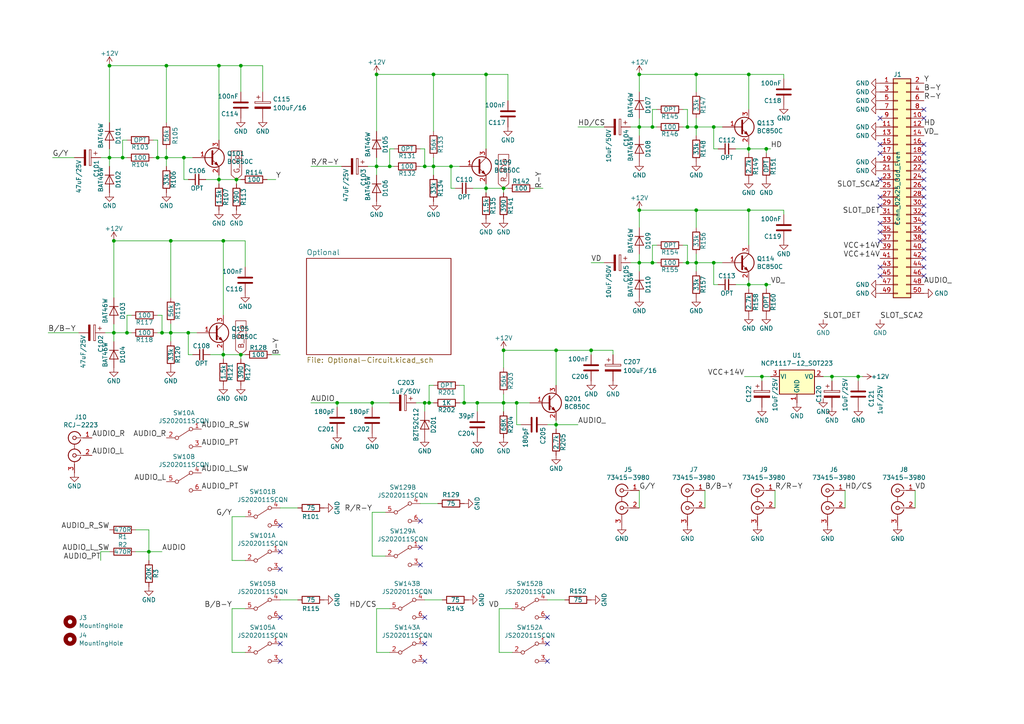
<source format=kicad_sch>
(kicad_sch (version 20211123) (generator eeschema)
  (paper "A4")
  (title_block (title "IF-CO1COMG Clone Base board") (rev "1") (company "L33T TEK, Martin Hejnfelt (martin@hejnfelt.com)"))
  (junction (at 63.5 19.05))
  (junction (at 217.17 43.18))
  (junction (at 35.56 45.72))
  (junction (at 31.75 19.05))
  (junction (at 207.01 76.2))
  (junction (at 113.03 48.26))
  (junction (at 161.29 123.19))
  (junction (at 189.23 76.2))
  (junction (at 217.17 82.55))
  (junction (at 146.05 54.61))
  (junction (at 217.17 21.59))
  (junction (at 124.46 116.84))
  (junction (at 109.22 21.59))
  (junction (at 97.79 116.84))
  (junction (at 146.05 101.6))
  (junction (at 241.3 109.22))
  (junction (at 149.86 116.84))
  (junction (at 201.93 36.83))
  (junction (at 140.97 21.59))
  (junction (at 134.62 116.84))
  (junction (at 199.39 36.83))
  (junction (at 125.73 21.59))
  (junction (at 189.23 36.83))
  (junction (at 125.73 48.26))
  (junction (at 199.39 76.2))
  (junction (at 123.19 116.84))
  (junction (at 46.99 96.52))
  (junction (at 69.85 102.87))
  (junction (at 130.81 48.26))
  (junction (at 33.02 69.85))
  (junction (at 107.95 116.84))
  (junction (at 171.45 101.6))
  (junction (at 36.83 96.52))
  (junction (at 222.25 43.18))
  (junction (at 217.17 60.96))
  (junction (at 49.53 96.52))
  (junction (at 185.42 60.96))
  (junction (at 220.98 109.22))
  (junction (at 146.05 116.84))
  (junction (at 201.93 76.2))
  (junction (at 43.18 160.02))
  (junction (at 45.72 45.72))
  (junction (at 48.26 45.72))
  (junction (at 185.42 76.2))
  (junction (at 69.85 19.05))
  (junction (at 64.77 102.87))
  (junction (at 48.26 19.05))
  (junction (at 201.93 21.59))
  (junction (at 68.58 52.07))
  (junction (at 31.75 45.72))
  (junction (at 54.61 96.52))
  (junction (at 140.97 54.61))
  (junction (at 123.19 48.26))
  (junction (at 201.93 60.96))
  (junction (at 222.25 82.55))
  (junction (at 161.29 101.6))
  (junction (at 138.43 116.84))
  (junction (at 33.02 96.52))
  (junction (at 63.5 52.07))
  (junction (at 64.77 69.85))
  (junction (at 185.42 36.83))
  (junction (at 53.34 45.72))
  (junction (at 109.22 48.26))
  (junction (at 248.92 109.22))
  (junction (at 207.01 36.83))
  (junction (at 49.53 69.85))
  (junction (at 185.42 21.59))
  (no_connect (at 267.97 67.31))
  (no_connect (at 121.92 151.13))
  (no_connect (at 81.28 179.07))
  (no_connect (at 267.97 72.39))
  (no_connect (at 255.27 57.15))
  (no_connect (at 267.97 80.01))
  (no_connect (at 267.97 31.75))
  (no_connect (at 81.28 186.69))
  (no_connect (at 255.27 44.45))
  (no_connect (at 255.27 64.77))
  (no_connect (at 267.97 64.77))
  (no_connect (at 81.28 165.1))
  (no_connect (at 267.97 59.69))
  (no_connect (at 255.27 80.01))
  (no_connect (at 255.27 52.07))
  (no_connect (at 267.97 49.53))
  (no_connect (at 81.28 191.77))
  (no_connect (at 158.75 186.69))
  (no_connect (at 121.92 163.83))
  (no_connect (at 158.75 191.77))
  (no_connect (at 267.97 52.07))
  (no_connect (at 255.27 69.85))
  (no_connect (at 81.28 160.02))
  (no_connect (at 267.97 54.61))
  (no_connect (at 267.97 41.91))
  (no_connect (at 121.92 158.75))
  (no_connect (at 267.97 77.47))
  (no_connect (at 267.97 74.93))
  (no_connect (at 123.19 191.77))
  (no_connect (at 267.97 57.15))
  (no_connect (at 267.97 62.23))
  (no_connect (at 255.27 41.91))
  (no_connect (at 123.19 186.69))
  (no_connect (at 158.75 179.07))
  (no_connect (at 267.97 44.45))
  (no_connect (at 81.28 152.4))
  (no_connect (at 255.27 59.69))
  (no_connect (at 255.27 67.31))
  (no_connect (at 267.97 46.99))
  (no_connect (at 123.19 179.07))
  (no_connect (at 267.97 34.29))
  (no_connect (at 255.27 34.29))
  (no_connect (at 267.97 69.85))
  (no_connect (at 255.27 77.47))
  (wire (pts (xy 189.23 36.83) (xy 190.5 36.83)))
  (wire (pts (xy 149.86 123.19) (xy 149.86 116.84)))
  (wire (pts (xy 48.26 19.05) (xy 63.5 19.05)))
  (wire (pts (xy 123.19 116.84) (xy 124.46 116.84)))
  (wire (pts (xy 217.17 21.59) (xy 217.17 31.75)))
  (wire (pts (xy 182.88 36.83) (xy 185.42 36.83)))
  (wire (pts (xy 107.95 116.84) (xy 113.03 116.84)))
  (wire (pts (xy 49.53 69.85) (xy 64.77 69.85)))
  (wire (pts (xy 125.73 48.26) (xy 130.81 48.26)))
  (wire (pts (xy 138.43 116.84) (xy 146.05 116.84)))
  (wire (pts (xy 161.29 123.19) (xy 161.29 124.46)))
  (wire (pts (xy 125.73 21.59) (xy 140.97 21.59)))
  (wire (pts (xy 204.47 142.24) (xy 204.47 147.32)))
  (wire (pts (xy 190.5 71.12) (xy 189.23 71.12)))
  (wire (pts (xy 113.03 43.18) (xy 113.03 48.26)))
  (wire (pts (xy 227.33 60.96) (xy 227.33 62.23)))
  (wire (pts (xy 46.99 91.44) (xy 46.99 96.52)))
  (wire (pts (xy 69.85 19.05) (xy 76.2 19.05)))
  (wire (pts (xy 217.17 60.96) (xy 227.33 60.96)))
  (wire (pts (xy 39.37 153.67) (xy 43.18 153.67)))
  (wire (pts (xy 67.31 176.53) (xy 67.31 189.23)))
  (wire (pts (xy 201.93 34.29) (xy 201.93 36.83)))
  (wire (pts (xy 111.76 148.59) (xy 107.95 148.59)))
  (wire (pts (xy 123.19 48.26) (xy 125.73 48.26)))
  (wire (pts (xy 245.11 142.24) (xy 245.11 147.32)))
  (wire (pts (xy 140.97 21.59) (xy 147.32 21.59)))
  (wire (pts (xy 33.02 96.52) (xy 36.83 96.52)))
  (wire (pts (xy 241.3 109.22) (xy 248.92 109.22)))
  (wire (pts (xy 125.73 48.26) (xy 125.73 50.8)))
  (wire (pts (xy 13.97 96.52) (xy 22.86 96.52)))
  (wire (pts (xy 120.65 116.84) (xy 123.19 116.84)))
  (wire (pts (xy 207.01 76.2) (xy 209.55 76.2)))
  (wire (pts (xy 199.39 76.2) (xy 201.93 76.2)))
  (wire (pts (xy 149.86 116.84) (xy 153.67 116.84)))
  (wire (pts (xy 45.72 45.72) (xy 48.26 45.72)))
  (wire (pts (xy 64.77 101.6) (xy 64.77 102.87)))
  (wire (pts (xy 134.62 111.76) (xy 134.62 116.84)))
  (wire (pts (xy 146.05 116.84) (xy 146.05 119.38)))
  (wire (pts (xy 171.45 101.6) (xy 171.45 102.87)))
  (wire (pts (xy 49.53 93.98) (xy 49.53 96.52)))
  (wire (pts (xy 48.26 35.56) (xy 48.26 19.05)))
  (wire (pts (xy 121.92 146.05) (xy 127 146.05)))
  (wire (pts (xy 81.28 147.32) (xy 86.36 147.32)))
  (wire (pts (xy 123.19 119.38) (xy 123.19 116.84)))
  (wire (pts (xy 109.22 21.59) (xy 125.73 21.59)))
  (wire (pts (xy 33.02 96.52) (xy 33.02 99.06)))
  (wire (pts (xy 123.19 173.99) (xy 128.27 173.99)))
  (wire (pts (xy 107.95 148.59) (xy 107.95 161.29)))
  (wire (pts (xy 36.83 96.52) (xy 38.1 96.52)))
  (wire (pts (xy 146.05 114.3) (xy 146.05 116.84)))
  (wire (pts (xy 67.31 149.86) (xy 67.31 162.56)))
  (wire (pts (xy 185.42 36.83) (xy 185.42 39.37)))
  (wire (pts (xy 109.22 45.72) (xy 109.22 48.26)))
  (wire (pts (xy 185.42 34.29) (xy 185.42 36.83)))
  (wire (pts (xy 146.05 106.68) (xy 146.05 101.6)))
  (wire (pts (xy 68.58 52.07) (xy 69.85 52.07)))
  (wire (pts (xy 31.75 43.18) (xy 31.75 45.72)))
  (wire (pts (xy 198.12 76.2) (xy 199.39 76.2)))
  (wire (pts (xy 60.96 102.87) (xy 64.77 102.87)))
  (wire (pts (xy 48.26 45.72) (xy 53.34 45.72)))
  (wire (pts (xy 222.25 43.18) (xy 223.52 43.18)))
  (wire (pts (xy 81.28 173.99) (xy 86.36 173.99)))
  (wire (pts (xy 224.79 142.24) (xy 224.79 147.32)))
  (wire (pts (xy 217.17 41.91) (xy 217.17 43.18)))
  (wire (pts (xy 217.17 81.28) (xy 217.17 82.55)))
  (wire (pts (xy 109.22 48.26) (xy 113.03 48.26)))
  (wire (pts (xy 171.45 101.6) (xy 177.8 101.6)))
  (wire (pts (xy 49.53 86.36) (xy 49.53 69.85)))
  (wire (pts (xy 36.83 40.64) (xy 35.56 40.64)))
  (wire (pts (xy 199.39 71.12) (xy 199.39 76.2)))
  (wire (pts (xy 208.28 43.18) (xy 207.01 43.18)))
  (wire (pts (xy 241.3 110.49) (xy 241.3 109.22)))
  (wire (pts (xy 31.75 45.72) (xy 35.56 45.72)))
  (wire (pts (xy 48.26 43.18) (xy 48.26 45.72)))
  (wire (pts (xy 154.94 54.61) (xy 157.48 54.61)))
  (wire (pts (xy 177.8 101.6) (xy 177.8 102.87)))
  (wire (pts (xy 59.69 52.07) (xy 63.5 52.07)))
  (wire (pts (xy 71.12 176.53) (xy 67.31 176.53)))
  (wire (pts (xy 71.12 149.86) (xy 67.31 149.86)))
  (wire (pts (xy 220.98 109.22) (xy 223.52 109.22)))
  (wire (pts (xy 167.64 36.83) (xy 175.26 36.83)))
  (wire (pts (xy 201.93 26.67) (xy 201.93 21.59)))
  (wire (pts (xy 31.75 19.05) (xy 48.26 19.05)))
  (wire (pts (xy 213.36 43.18) (xy 217.17 43.18)))
  (wire (pts (xy 140.97 21.59) (xy 140.97 43.18)))
  (wire (pts (xy 77.47 52.07) (xy 80.01 52.07)))
  (wire (pts (xy 217.17 82.55) (xy 217.17 83.82)))
  (wire (pts (xy 198.12 71.12) (xy 199.39 71.12)))
  (wire (pts (xy 44.45 45.72) (xy 45.72 45.72)))
  (wire (pts (xy 227.33 21.59) (xy 227.33 22.86)))
  (wire (pts (xy 140.97 54.61) (xy 140.97 55.88)))
  (wire (pts (xy 158.75 173.99) (xy 163.83 173.99)))
  (wire (pts (xy 190.5 31.75) (xy 189.23 31.75)))
  (wire (pts (xy 45.72 91.44) (xy 46.99 91.44)))
  (wire (pts (xy 30.48 96.52) (xy 33.02 96.52)))
  (wire (pts (xy 49.53 96.52) (xy 54.61 96.52)))
  (wire (pts (xy 147.32 21.59) (xy 147.32 29.21)))
  (wire (pts (xy 69.85 102.87) (xy 71.12 102.87)))
  (wire (pts (xy 201.93 36.83) (xy 207.01 36.83)))
  (wire (pts (xy 67.31 162.56) (xy 71.12 162.56)))
  (wire (pts (xy 45.72 96.52) (xy 46.99 96.52)))
  (wire (pts (xy 38.1 91.44) (xy 36.83 91.44)))
  (wire (pts (xy 63.5 52.07) (xy 63.5 53.34)))
  (wire (pts (xy 158.75 123.19) (xy 161.29 123.19)))
  (wire (pts (xy 207.01 36.83) (xy 209.55 36.83)))
  (wire (pts (xy 199.39 36.83) (xy 201.93 36.83)))
  (wire (pts (xy 215.9 109.22) (xy 220.98 109.22)))
  (wire (pts (xy 185.42 73.66) (xy 185.42 76.2)))
  (wire (pts (xy 78.74 102.87) (xy 81.28 102.87)))
  (wire (pts (xy 29.21 45.72) (xy 31.75 45.72)))
  (wire (pts (xy 130.81 48.26) (xy 133.35 48.26)))
  (wire (pts (xy 161.29 101.6) (xy 171.45 101.6)))
  (wire (pts (xy 182.88 76.2) (xy 185.42 76.2)))
  (wire (pts (xy 125.73 111.76) (xy 124.46 111.76)))
  (wire (pts (xy 201.93 76.2) (xy 207.01 76.2)))
  (wire (pts (xy 130.81 54.61) (xy 130.81 48.26)))
  (wire (pts (xy 140.97 54.61) (xy 146.05 54.61)))
  (wire (pts (xy 90.17 48.26) (xy 99.06 48.26)))
  (wire (pts (xy 109.22 176.53) (xy 109.22 189.23)))
  (wire (pts (xy 265.43 142.24) (xy 265.43 147.32)))
  (wire (pts (xy 43.18 160.02) (xy 43.18 162.56)))
  (wire (pts (xy 185.42 21.59) (xy 201.93 21.59)))
  (wire (pts (xy 199.39 31.75) (xy 199.39 36.83)))
  (wire (pts (xy 43.18 160.02) (xy 46.99 160.02)))
  (wire (pts (xy 185.42 142.24) (xy 185.42 147.32)))
  (wire (pts (xy 198.12 36.83) (xy 199.39 36.83)))
  (wire (pts (xy 248.92 110.49) (xy 248.92 109.22)))
  (wire (pts (xy 31.75 45.72) (xy 31.75 48.26)))
  (wire (pts (xy 185.42 76.2) (xy 189.23 76.2)))
  (wire (pts (xy 109.22 48.26) (xy 109.22 50.8)))
  (wire (pts (xy 48.26 45.72) (xy 48.26 48.26)))
  (wire (pts (xy 140.97 53.34) (xy 140.97 54.61)))
  (wire (pts (xy 45.72 40.64) (xy 45.72 45.72)))
  (wire (pts (xy 63.5 50.8) (xy 63.5 52.07)))
  (wire (pts (xy 220.98 110.49) (xy 220.98 109.22)))
  (wire (pts (xy 121.92 48.26) (xy 123.19 48.26)))
  (wire (pts (xy 53.34 52.07) (xy 53.34 45.72)))
  (wire (pts (xy 113.03 48.26) (xy 114.3 48.26)))
  (wire (pts (xy 36.83 91.44) (xy 36.83 96.52)))
  (wire (pts (xy 33.02 69.85) (xy 49.53 69.85)))
  (wire (pts (xy 29.21 162.56) (xy 29.21 160.02)))
  (wire (pts (xy 161.29 111.76) (xy 161.29 101.6)))
  (wire (pts (xy 208.28 82.55) (xy 207.01 82.55)))
  (wire (pts (xy 125.73 38.1) (xy 125.73 21.59)))
  (wire (pts (xy 33.02 93.98) (xy 33.02 96.52)))
  (wire (pts (xy 189.23 31.75) (xy 189.23 36.83)))
  (wire (pts (xy 97.79 116.84) (xy 107.95 116.84)))
  (wire (pts (xy 97.79 118.11) (xy 97.79 116.84)))
  (wire (pts (xy 90.17 116.84) (xy 97.79 116.84)))
  (wire (pts (xy 148.59 176.53) (xy 144.78 176.53)))
  (wire (pts (xy 121.92 43.18) (xy 123.19 43.18)))
  (wire (pts (xy 248.92 109.22) (xy 250.19 109.22)))
  (wire (pts (xy 106.68 48.26) (xy 109.22 48.26)))
  (wire (pts (xy 15.24 45.72) (xy 21.59 45.72)))
  (wire (pts (xy 35.56 40.64) (xy 35.56 45.72)))
  (wire (pts (xy 33.02 69.85) (xy 33.02 86.36)))
  (wire (pts (xy 133.35 111.76) (xy 134.62 111.76)))
  (wire (pts (xy 144.78 189.23) (xy 148.59 189.23)))
  (wire (pts (xy 64.77 69.85) (xy 71.12 69.85)))
  (wire (pts (xy 43.18 153.67) (xy 43.18 160.02)))
  (wire (pts (xy 31.75 19.05) (xy 31.75 35.56)))
  (wire (pts (xy 217.17 43.18) (xy 217.17 44.45)))
  (wire (pts (xy 185.42 60.96) (xy 201.93 60.96)))
  (wire (pts (xy 107.95 161.29) (xy 111.76 161.29)))
  (wire (pts (xy 146.05 101.6) (xy 161.29 101.6)))
  (wire (pts (xy 217.17 82.55) (xy 222.25 82.55)))
  (wire (pts (xy 171.45 76.2) (xy 175.26 76.2)))
  (wire (pts (xy 201.93 76.2) (xy 201.93 78.74)))
  (wire (pts (xy 68.58 53.34) (xy 68.58 52.07)))
  (wire (pts (xy 185.42 76.2) (xy 185.42 78.74)))
  (wire (pts (xy 64.77 69.85) (xy 64.77 91.44)))
  (wire (pts (xy 161.29 121.92) (xy 161.29 123.19)))
  (wire (pts (xy 64.77 102.87) (xy 69.85 102.87)))
  (wire (pts (xy 207.01 43.18) (xy 207.01 36.83)))
  (wire (pts (xy 54.61 96.52) (xy 57.15 96.52)))
  (wire (pts (xy 213.36 82.55) (xy 217.17 82.55)))
  (wire (pts (xy 198.12 31.75) (xy 199.39 31.75)))
  (wire (pts (xy 63.5 19.05) (xy 69.85 19.05)))
  (wire (pts (xy 53.34 45.72) (xy 55.88 45.72)))
  (wire (pts (xy 49.53 96.52) (xy 49.53 99.06)))
  (wire (pts (xy 109.22 21.59) (xy 109.22 38.1)))
  (wire (pts (xy 132.08 54.61) (xy 130.81 54.61)))
  (wire (pts (xy 161.29 123.19) (xy 167.64 123.19)))
  (wire (pts (xy 222.25 83.82) (xy 222.25 82.55)))
  (wire (pts (xy 54.61 52.07) (xy 53.34 52.07)))
  (wire (pts (xy 124.46 111.76) (xy 124.46 116.84)))
  (wire (pts (xy 222.25 82.55) (xy 223.52 82.55)))
  (wire (pts (xy 114.3 43.18) (xy 113.03 43.18)))
  (wire (pts (xy 113.03 176.53) (xy 109.22 176.53)))
  (wire (pts (xy 185.42 66.04) (xy 185.42 60.96)))
  (wire (pts (xy 189.23 71.12) (xy 189.23 76.2)))
  (wire (pts (xy 137.16 54.61) (xy 140.97 54.61)))
  (wire (pts (xy 201.93 21.59) (xy 217.17 21.59)))
  (wire (pts (xy 67.31 189.23) (xy 71.12 189.23)))
  (wire (pts (xy 39.37 160.02) (xy 43.18 160.02)))
  (wire (pts (xy 46.99 96.52) (xy 49.53 96.52)))
  (wire (pts (xy 201.93 36.83) (xy 201.93 39.37)))
  (wire (pts (xy 44.45 40.64) (xy 45.72 40.64)))
  (wire (pts (xy 222.25 44.45) (xy 222.25 43.18)))
  (wire (pts (xy 64.77 102.87) (xy 64.77 104.14)))
  (wire (pts (xy 63.5 52.07) (xy 68.58 52.07)))
  (wire (pts (xy 107.95 118.11) (xy 107.95 116.84)))
  (wire (pts (xy 54.61 102.87) (xy 54.61 96.52)))
  (wire (pts (xy 189.23 76.2) (xy 190.5 76.2)))
  (wire (pts (xy 125.73 45.72) (xy 125.73 48.26)))
  (wire (pts (xy 185.42 36.83) (xy 189.23 36.83)))
  (wire (pts (xy 144.78 176.53) (xy 144.78 189.23)))
  (wire (pts (xy 146.05 54.61) (xy 147.32 54.61)))
  (wire (pts (xy 146.05 116.84) (xy 149.86 116.84)))
  (wire (pts (xy 69.85 104.14) (xy 69.85 102.87)))
  (wire (pts (xy 138.43 119.38) (xy 138.43 116.84)))
  (wire (pts (xy 217.17 43.18) (xy 222.25 43.18)))
  (wire (pts (xy 124.46 116.84) (xy 125.73 116.84)))
  (wire (pts (xy 151.13 123.19) (xy 149.86 123.19)))
  (wire (pts (xy 29.21 160.02) (xy 31.75 160.02)))
  (wire (pts (xy 217.17 71.12) (xy 217.17 60.96)))
  (wire (pts (xy 207.01 76.2) (xy 207.01 82.55)))
  (wire (pts (xy 63.5 19.05) (xy 63.5 40.64)))
  (wire (pts (xy 35.56 45.72) (xy 36.83 45.72)))
  (wire (pts (xy 71.12 69.85) (xy 71.12 77.47)))
  (wire (pts (xy 133.35 116.84) (xy 134.62 116.84)))
  (wire (pts (xy 109.22 189.23) (xy 113.03 189.23)))
  (wire (pts (xy 76.2 19.05) (xy 76.2 26.67)))
  (wire (pts (xy 134.62 116.84) (xy 138.43 116.84)))
  (wire (pts (xy 146.05 55.88) (xy 146.05 54.61)))
  (wire (pts (xy 185.42 26.67) (xy 185.42 21.59)))
  (wire (pts (xy 201.93 60.96) (xy 217.17 60.96)))
  (wire (pts (xy 201.93 73.66) (xy 201.93 76.2)))
  (wire (pts (xy 201.93 66.04) (xy 201.93 60.96)))
  (wire (pts (xy 217.17 21.59) (xy 227.33 21.59)))
  (wire (pts (xy 123.19 43.18) (xy 123.19 48.26)))
  (wire (pts (xy 238.76 109.22) (xy 241.3 109.22)))
  (wire (pts (xy 69.85 19.05) (xy 69.85 26.67)))
  (wire (pts (xy 55.88 102.87) (xy 54.61 102.87)))
  (label "B/B-Y" (at 67.31 176.53 180) (effects (font (size 1.524 1.524))))
  (label "AUDIO_PT" (at 58.42 129.54 0) (effects (font (size 1.524 1.524))))
  (label "VD" (at 171.45 76.2 0) (effects (font (size 1.524 1.524))))
  (label "R/R-Y" (at 90.17 48.26 0) (effects (font (size 1.524 1.524))))
  (label "AUDIO_" (at 267.97 82.55 0) (effects (font (size 1.524 1.524))))
  (label "AUDIO_R_SW" (at 58.42 124.46 0) (effects (font (size 1.524 1.524))))
  (label "R/R-Y" (at 107.95 148.59 180) (effects (font (size 1.524 1.524))))
  (label "B-Y" (at 81.28 102.87 90) (effects (font (size 1.524 1.524))))
  (label "B-Y" (at 267.97 26.67 0) (effects (font (size 1.524 1.524))))
  (label "AUDIO_R" (at 26.67 127 0) (effects (font (size 1.524 1.524))))
  (label "SLOT_DET" (at 238.76 92.71 0) (effects (font (size 1.524 1.524))))
  (label "Y" (at 80.01 52.07 0) (effects (font (size 1.524 1.524))))
  (label "HD/CS" (at 245.11 142.24 0) (effects (font (size 1.524 1.524))))
  (label "SLOT_SCA2" (at 255.27 54.61 180) (effects (font (size 1.524 1.524))))
  (label "AUDIO" (at 90.17 116.84 0) (effects (font (size 1.524 1.524))))
  (label "AUDIO_PT" (at 29.21 162.56 180) (effects (font (size 1.524 1.524))))
  (label "HD" (at 223.52 43.18 0) (effects (font (size 1.524 1.524))))
  (label "B/B-Y" (at 13.97 96.52 0) (effects (font (size 1.524 1.524))))
  (label "AUDIO_PT" (at 58.42 142.24 0) (effects (font (size 1.524 1.524))))
  (label "VD" (at 265.43 142.24 0) (effects (font (size 1.524 1.524))))
  (label "AUDIO_L_SW" (at 58.42 137.16 0) (effects (font (size 1.524 1.524))))
  (label "AUDIO_L" (at 26.67 132.08 0) (effects (font (size 1.524 1.524))))
  (label "VD" (at 144.78 176.53 180) (effects (font (size 1.524 1.524))))
  (label "HD" (at 267.97 36.83 0) (effects (font (size 1.524 1.524))))
  (label "R/R-Y" (at 224.79 142.24 0) (effects (font (size 1.524 1.524))))
  (label "AUDIO_" (at 167.64 123.19 0) (effects (font (size 1.524 1.524))))
  (label "R-Y" (at 157.48 54.61 90) (effects (font (size 1.524 1.524))))
  (label "HD/CS" (at 109.22 176.53 180) (effects (font (size 1.524 1.524))))
  (label "SLOT_DET" (at 255.27 62.23 180) (effects (font (size 1.524 1.524))))
  (label "VCC+14V" (at 215.9 109.22 180) (effects (font (size 1.524 1.524))))
  (label "VCC+14V" (at 255.27 72.39 180) (effects (font (size 1.524 1.524))))
  (label "R-Y" (at 267.97 29.21 0) (effects (font (size 1.524 1.524))))
  (label "G/Y" (at 15.24 45.72 0) (effects (font (size 1.524 1.524))))
  (label "AUDIO" (at 46.99 160.02 0) (effects (font (size 1.524 1.524))))
  (label "AUDIO_L_SW" (at 31.75 160.02 180) (effects (font (size 1.524 1.524))))
  (label "VD_" (at 267.97 39.37 0) (effects (font (size 1.524 1.524))))
  (label "B/B-Y" (at 204.47 142.24 0) (effects (font (size 1.524 1.524))))
  (label "SLOT_SCA2" (at 255.27 92.71 0) (effects (font (size 1.524 1.524))))
  (label "AUDIO_L" (at 48.26 139.7 180) (effects (font (size 1.524 1.524))))
  (label "G/Y" (at 67.31 149.86 180) (effects (font (size 1.524 1.524))))
  (label "AUDIO_R" (at 48.26 127 180) (effects (font (size 1.524 1.524))))
  (label "AUDIO_R_SW" (at 31.75 153.67 180) (effects (font (size 1.524 1.524))))
  (label "G/Y" (at 185.42 142.24 0) (effects (font (size 1.524 1.524))))
  (label "VCC+14V" (at 255.27 74.93 180) (effects (font (size 1.524 1.524))))
  (label "HD/CS" (at 167.64 36.83 0) (effects (font (size 1.524 1.524))))
  (label "VD_" (at 223.52 82.55 0) (effects (font (size 1.524 1.524))))
  (label "Y" (at 267.97 24.13 0) (effects (font (size 1.524 1.524))))
  (global_label "B_BYp" (shape input) (at 69.85 102.87 90) (effects (font (size 1.524 1.524))) (property "Intersheet References" "${INTERSHEET_REFS}" (effects hide)))
  (global_label "G_Yp" (shape input) (at 68.58 52.07 90) (effects (font (size 1.524 1.524))) (property "Intersheet References" "${INTERSHEET_REFS}" (effects hide)))
  (global_label "R_RYp" (shape input) (at 146.05 54.61 90) (effects (font (size 1.524 1.524))) (property "Intersheet References" "${INTERSHEET_REFS}" (effects hide)))
  (symbol (lib_id "rgb-board-rescue:CP") (at 25.4 45.72 270) (unit 1)
    (property "Reference" "C101" (at 27.94 46.355 0) (effects (justify left)))
    (property "Value" "47uF/25V" (at 22.86 46.355 0) (effects (justify left)))
    (property "Footprint" "Capacitor_SMD:C_Elec_6.3x5.4" (effects hide))
    (property "JLC" "SMD,6.3x6.1mm	" (effects hide))
    (property "LCSC" "C88810" (effects hide))
  )
  (symbol (lib_id "rgb-board-rescue:D") (at 31.75 39.37 270) (unit 1)
    (property "Reference" "D101" (at 34.29 39.37 0))
    (property "Value" "BAT46W" (at 29.21 39.37 0))
    (property "Footprint" "Diode_SMD:D_SOD-123" (effects hide))
    (property "JLC" "SOD-123" (effects hide))
    (property "LCSC" "C83152" (effects hide))
  )
  (symbol (lib_id "rgb-board-rescue:D") (at 31.75 52.07 270) (unit 1)
    (property "Reference" "D102" (at 34.29 52.07 0))
    (property "Value" "BAT46W" (at 29.21 52.07 0))
    (property "Footprint" "Diode_SMD:D_SOD-123" (effects hide))
    (property "JLC" "SOD-123" (effects hide))
    (property "LCSC" "C83152" (effects hide))
  )
  (symbol (lib_id "rgb-board-rescue:R") (at 40.64 45.72 270) (unit 1)
    (property "Reference" "R104" (at 40.64 47.752 90))
    (property "Value" "100" (at 40.64 45.72 90))
    (property "Footprint" "Resistor_SMD:R_0805_2012Metric_Pad1.20x1.40mm_HandSolder" (effects hide))
    (property "JLC" "0805" (effects hide))
    (property "LCSC" "C105577" (effects hide))
  )
  (symbol (lib_id "rgb-board-rescue:R") (at 48.26 39.37 0) (unit 1)
    (property "Reference" "R105" (at 50.8 39.37 90))
    (property "Value" "56k" (at 48.26 39.37 90))
    (property "Footprint" "Resistor_SMD:R_0805_2012Metric_Pad1.20x1.40mm_HandSolder" (effects hide))
    (property "JLC" "0805" (effects hide))
    (property "LCSC" "C137509" (effects hide))
  )
  (symbol (lib_id "rgb-board-rescue:R") (at 48.26 52.07 0) (unit 1)
    (property "Reference" "R106" (at 50.292 52.07 90))
    (property "Value" "33k" (at 48.26 52.07 90))
    (property "Footprint" "Resistor_SMD:R_0805_2012Metric_Pad1.20x1.40mm_HandSolder" (effects hide))
    (property "JLC" "0805" (effects hide))
    (property "LCSC" "C141696" (effects hide))
  )
  (symbol (lib_id "rgb-board-rescue:R") (at 63.5 57.15 0) (unit 1)
    (property "Reference" "R107" (at 65.532 57.15 90))
    (property "Value" "1.5k" (at 63.5 57.15 90))
    (property "Footprint" "Resistor_SMD:R_0805_2012Metric_Pad1.20x1.40mm_HandSolder" (effects hide))
    (property "JLC" "0805" (effects hide))
    (property "LCSC" "C114555" (effects hide))
  )
  (symbol (lib_id "rgb-board-rescue:C") (at 69.85 30.48 180) (unit 1)
    (property "Reference" "C114" (at 69.215 33.02 0) (effects (justify left)))
    (property "Value" "100nF" (at 69.215 27.94 0) (effects (justify left)))
    (property "Footprint" "Capacitor_SMD:C_0805_2012Metric_Pad1.18x1.45mm_HandSolder" (effects hide))
    (property "JLC" "0805" (effects hide))
    (property "LCSC" "C1711" (effects hide))
  )
  (symbol (lib_id "rgb-board-rescue:GND") (at 31.75 55.88 0) (unit 1)
    (property "Reference" "#PWR01" (effects hide))
    (property "Value" "GND" (at 31.75 59.69 0))
  )
  (symbol (lib_id "rgb-board-rescue:GND") (at 48.26 55.88 0) (unit 1)
    (property "Reference" "#PWR02" (effects hide))
    (property "Value" "GND" (at 48.26 59.69 0))
  )
  (symbol (lib_id "rgb-board-rescue:GND") (at 63.5 60.96 0) (unit 1)
    (property "Reference" "#PWR03" (effects hide))
    (property "Value" "GND" (at 63.5 64.77 0))
  )
  (symbol (lib_id "rgb-board-rescue:GND") (at 69.85 34.29 0) (unit 1)
    (property "Reference" "#PWR04" (effects hide))
    (property "Value" "GND" (at 69.85 38.1 0))
  )
  (symbol (lib_id "rgb-board-rescue:GND") (at 76.2 34.29 0) (unit 1)
    (property "Reference" "#PWR05" (effects hide))
    (property "Value" "GND" (at 76.2 38.1 0))
  )
  (symbol (lib_id "rgb-board-rescue:R") (at 73.66 52.07 90) (unit 1)
    (property "Reference" "R114" (at 73.66 50.038 90))
    (property "Value" "100" (at 73.66 52.07 90))
    (property "Footprint" "Resistor_SMD:R_0805_2012Metric_Pad1.20x1.40mm_HandSolder" (effects hide))
    (property "JLC" "0805" (effects hide))
    (property "LCSC" "C105577" (effects hide))
  )
  (symbol (lib_id "rgb-board-rescue:CP") (at 26.67 96.52 270) (unit 1)
    (property "Reference" "C102" (at 29.21 97.155 0) (effects (justify left)))
    (property "Value" "47uF/25V" (at 24.13 97.155 0) (effects (justify left)))
    (property "Footprint" "Capacitor_SMD:C_Elec_6.3x5.4" (effects hide))
    (property "JLC" "SMD,6.3x6.1mm	" (effects hide))
    (property "LCSC" "C88810" (effects hide))
  )
  (symbol (lib_id "rgb-board-rescue:D") (at 33.02 90.17 270) (unit 1)
    (property "Reference" "D103" (at 35.56 90.17 0))
    (property "Value" "BAT46W" (at 30.48 90.17 0))
    (property "Footprint" "Diode_SMD:D_SOD-123" (effects hide))
    (property "JLC" "SOD-123" (effects hide))
    (property "LCSC" "C83152" (effects hide))
  )
  (symbol (lib_id "rgb-board-rescue:D") (at 33.02 102.87 270) (unit 1)
    (property "Reference" "D104" (at 35.56 102.87 0))
    (property "Value" "BAT46W" (at 30.48 102.87 0))
    (property "Footprint" "Diode_SMD:D_SOD-123" (effects hide))
    (property "JLC" "SOD-123" (effects hide))
    (property "LCSC" "C83152" (effects hide))
  )
  (symbol (lib_id "rgb-board-rescue:R") (at 41.91 96.52 270) (unit 1)
    (property "Reference" "R118" (at 41.91 98.552 90))
    (property "Value" "100" (at 41.91 96.52 90))
    (property "Footprint" "Resistor_SMD:R_0805_2012Metric_Pad1.20x1.40mm_HandSolder" (effects hide))
    (property "JLC" "0805" (effects hide))
    (property "LCSC" "C105577" (effects hide))
  )
  (symbol (lib_id "rgb-board-rescue:R") (at 49.53 90.17 0) (unit 1)
    (property "Reference" "R119" (at 51.562 90.17 90))
    (property "Value" "56k" (at 49.53 90.17 90))
    (property "Footprint" "Resistor_SMD:R_0805_2012Metric_Pad1.20x1.40mm_HandSolder" (effects hide))
    (property "JLC" "0805" (effects hide))
    (property "LCSC" "C137509" (effects hide))
  )
  (symbol (lib_id "rgb-board-rescue:R") (at 49.53 102.87 0) (unit 1)
    (property "Reference" "R120" (at 51.562 102.87 90))
    (property "Value" "33k" (at 49.53 102.87 90))
    (property "Footprint" "Resistor_SMD:R_0805_2012Metric_Pad1.20x1.40mm_HandSolder" (effects hide))
    (property "JLC" "0805" (effects hide))
    (property "LCSC" "C141696" (effects hide))
  )
  (symbol (lib_id "rgb-board-rescue:R") (at 64.77 107.95 0) (unit 1)
    (property "Reference" "R121" (at 66.802 107.95 90))
    (property "Value" "1.5k" (at 64.77 107.95 90))
    (property "Footprint" "Resistor_SMD:R_0805_2012Metric_Pad1.20x1.40mm_HandSolder" (effects hide))
    (property "JLC" "0805" (effects hide))
    (property "LCSC" "C114555" (effects hide))
  )
  (symbol (lib_id "rgb-board-rescue:C") (at 71.12 81.28 180) (unit 1)
    (property "Reference" "C116" (at 70.485 83.82 0) (effects (justify left)))
    (property "Value" "100nF" (at 70.485 78.74 0) (effects (justify left)))
    (property "Footprint" "Capacitor_SMD:C_0805_2012Metric_Pad1.18x1.45mm_HandSolder" (effects hide))
    (property "JLC" "0805" (effects hide))
    (property "LCSC" "C1711" (effects hide))
  )
  (symbol (lib_id "rgb-board-rescue:GND") (at 33.02 106.68 0) (unit 1)
    (property "Reference" "#PWR06" (effects hide))
    (property "Value" "GND" (at 33.02 110.49 0))
  )
  (symbol (lib_id "rgb-board-rescue:GND") (at 49.53 106.68 0) (unit 1)
    (property "Reference" "#PWR07" (effects hide))
    (property "Value" "GND" (at 49.53 110.49 0))
  )
  (symbol (lib_id "rgb-board-rescue:GND") (at 64.77 111.76 0) (unit 1)
    (property "Reference" "#PWR08" (effects hide))
    (property "Value" "GND" (at 64.77 115.57 0))
  )
  (symbol (lib_id "rgb-board-rescue:GND") (at 71.12 85.09 0) (unit 1)
    (property "Reference" "#PWR09" (effects hide))
    (property "Value" "GND" (at 71.12 88.9 0))
  )
  (symbol (lib_id "rgb-board-rescue:R") (at 74.93 102.87 90) (unit 1)
    (property "Reference" "R128" (at 74.93 100.838 90))
    (property "Value" "100" (at 74.93 102.87 90))
    (property "Footprint" "Resistor_SMD:R_0805_2012Metric_Pad1.20x1.40mm_HandSolder" (effects hide))
    (property "JLC" "0805" (effects hide))
    (property "LCSC" "C105577" (effects hide))
  )
  (symbol (lib_id "rgb-board-rescue:CP") (at 102.87 48.26 270) (unit 1)
    (property "Reference" "C103" (at 105.41 48.895 0) (effects (justify left)))
    (property "Value" "47uF/25V" (at 100.33 48.895 0) (effects (justify left)))
    (property "Footprint" "Capacitor_SMD:C_Elec_6.3x5.4" (effects hide))
    (property "JLC" "SMD,6.3x6.1mm	" (effects hide))
    (property "LCSC" "C88810" (effects hide))
  )
  (symbol (lib_id "rgb-board-rescue:D") (at 109.22 41.91 270) (unit 1)
    (property "Reference" "D105" (at 111.76 41.91 0))
    (property "Value" "BAT46W" (at 106.68 41.91 0))
    (property "Footprint" "Diode_SMD:D_SOD-123" (effects hide))
    (property "JLC" "SOD-123" (effects hide))
    (property "LCSC" "C83152" (effects hide))
  )
  (symbol (lib_id "rgb-board-rescue:D") (at 109.22 54.61 270) (unit 1)
    (property "Reference" "D106" (at 111.76 54.61 0))
    (property "Value" "BAT46W" (at 106.68 54.61 0))
    (property "Footprint" "Diode_SMD:D_SOD-123" (effects hide))
    (property "JLC" "SOD-123" (effects hide))
    (property "LCSC" "C83152" (effects hide))
  )
  (symbol (lib_id "rgb-board-rescue:R") (at 118.11 48.26 270) (unit 1)
    (property "Reference" "R132" (at 118.11 50.292 90))
    (property "Value" "100" (at 118.11 48.26 90))
    (property "Footprint" "Resistor_SMD:R_0805_2012Metric_Pad1.20x1.40mm_HandSolder" (effects hide))
    (property "JLC" "0805" (effects hide))
    (property "LCSC" "C105577" (effects hide))
  )
  (symbol (lib_id "rgb-board-rescue:R") (at 125.73 41.91 0) (unit 1)
    (property "Reference" "R133" (at 127.762 41.91 90))
    (property "Value" "56k" (at 125.73 41.91 90))
    (property "Footprint" "Resistor_SMD:R_0805_2012Metric_Pad1.20x1.40mm_HandSolder" (effects hide))
    (property "JLC" "0805" (effects hide))
    (property "LCSC" "C137509" (effects hide))
  )
  (symbol (lib_id "rgb-board-rescue:R") (at 125.73 54.61 0) (unit 1)
    (property "Reference" "R134" (at 127.762 54.61 90))
    (property "Value" "33k" (at 125.73 54.61 90))
    (property "Footprint" "Resistor_SMD:R_0805_2012Metric_Pad1.20x1.40mm_HandSolder" (effects hide))
    (property "JLC" "0805" (effects hide))
    (property "LCSC" "C141696" (effects hide))
  )
  (symbol (lib_id "rgb-board-rescue:R") (at 140.97 59.69 0) (unit 1)
    (property "Reference" "R135" (at 143.002 59.69 90))
    (property "Value" "1.5k" (at 140.97 59.69 90))
    (property "Footprint" "Resistor_SMD:R_0805_2012Metric_Pad1.20x1.40mm_HandSolder" (effects hide))
    (property "JLC" "0805" (effects hide))
    (property "LCSC" "C114555" (effects hide))
  )
  (symbol (lib_id "rgb-board-rescue:C") (at 147.32 33.02 180) (unit 1)
    (property "Reference" "C117" (at 146.685 35.56 0) (effects (justify left)))
    (property "Value" "100nF" (at 146.685 30.48 0) (effects (justify left)))
    (property "Footprint" "Capacitor_SMD:C_0805_2012Metric_Pad1.18x1.45mm_HandSolder" (effects hide))
    (property "JLC" "0805" (effects hide))
    (property "LCSC" "C1711" (effects hide))
  )
  (symbol (lib_id "rgb-board-rescue:GND") (at 109.22 58.42 0) (unit 1)
    (property "Reference" "#PWR010" (effects hide))
    (property "Value" "GND" (at 109.22 62.23 0))
  )
  (symbol (lib_id "rgb-board-rescue:GND") (at 125.73 58.42 0) (unit 1)
    (property "Reference" "#PWR011" (effects hide))
    (property "Value" "GND" (at 125.73 62.23 0))
  )
  (symbol (lib_id "rgb-board-rescue:GND") (at 140.97 63.5 0) (unit 1)
    (property "Reference" "#PWR012" (effects hide))
    (property "Value" "GND" (at 140.97 67.31 0))
  )
  (symbol (lib_id "rgb-board-rescue:GND") (at 147.32 36.83 0) (unit 1)
    (property "Reference" "#PWR013" (effects hide))
    (property "Value" "GND" (at 147.32 40.64 0))
  )
  (symbol (lib_id "rgb-board-rescue:R") (at 151.13 54.61 90) (unit 1)
    (property "Reference" "R142" (at 151.13 52.578 90))
    (property "Value" "100" (at 151.13 54.61 90))
    (property "Footprint" "Resistor_SMD:R_0805_2012Metric_Pad1.20x1.40mm_HandSolder" (effects hide))
    (property "JLC" "0805" (effects hide))
    (property "LCSC" "C105577" (effects hide))
  )
  (symbol (lib_id "rgb-board-rescue:+12V") (at 33.02 69.85 0) (unit 1)
    (property "Reference" "#PWR014" (effects hide))
    (property "Value" "+12V" (at 33.02 66.294 0))
  )
  (symbol (lib_id "rgb-board-rescue:+12V") (at 31.75 19.05 0) (unit 1)
    (property "Reference" "#PWR015" (effects hide))
    (property "Value" "+12V" (at 31.75 15.494 0))
  )
  (symbol (lib_id "rgb-board-rescue:+12V") (at 109.22 21.59 0) (unit 1)
    (property "Reference" "#PWR016" (effects hide))
    (property "Value" "+12V" (at 109.22 18.034 0))
  )
  (symbol (lib_id "rgb-board-rescue:Conn_02x25_Odd_Even") (at 260.35 54.61 0) (unit 1)
    (property "Reference" "J1" (at 260.35 21.59 0))
    (property "Value" "Conn_02x25_Odd_Even" (at 260.35 54.61 90))
    (property "Footprint" "Pin_Headers:Pin_Header_Angled_2x25_Pitch2.54mm" (effects hide))
  )
  (symbol (lib_id "rgb-board-rescue:GND") (at 255.27 24.13 270) (unit 1)
    (property "Reference" "#PWR017" (effects hide))
    (property "Value" "GND" (at 250.19 24.13 90))
  )
  (symbol (lib_id "rgb-board-rescue:GND") (at 255.27 26.67 270) (unit 1)
    (property "Reference" "#PWR018" (effects hide))
    (property "Value" "GND" (at 250.19 26.67 90))
  )
  (symbol (lib_id "rgb-board-rescue:GND") (at 255.27 29.21 270) (unit 1)
    (property "Reference" "#PWR019" (effects hide))
    (property "Value" "GND" (at 250.19 29.21 90))
  )
  (symbol (lib_id "rgb-board-rescue:GND") (at 255.27 31.75 270) (unit 1)
    (property "Reference" "#PWR020" (effects hide))
    (property "Value" "GND" (at 250.19 31.75 90))
  )
  (symbol (lib_id "rgb-board-rescue:CP") (at 179.07 36.83 270) (unit 1)
    (property "Reference" "C104" (at 181.61 37.465 0) (effects (justify left)))
    (property "Value" "10uF/50V" (at 176.53 37.465 0) (effects (justify left)))
    (property "Footprint" "Capacitor_SMD:C_Elec_5x5.4" (effects hide))
    (property "JLC" "SMD,5x5.4mm" (effects hide))
    (property "LCSC" "C445070" (effects hide))
  )
  (symbol (lib_id "rgb-board-rescue:D") (at 185.42 30.48 270) (unit 1)
    (property "Reference" "D107" (at 187.96 30.48 0))
    (property "Value" "BAT46W" (at 182.88 30.48 0))
    (property "Footprint" "Diode_SMD:D_SOD-123" (effects hide))
    (property "JLC" "SOD-123" (effects hide))
    (property "LCSC" "C83152" (effects hide))
  )
  (symbol (lib_id "rgb-board-rescue:D") (at 185.42 43.18 270) (unit 1)
    (property "Reference" "D108" (at 187.96 43.18 0))
    (property "Value" "BAT46W" (at 182.88 43.18 0))
    (property "Footprint" "Diode_SMD:D_SOD-123" (effects hide))
    (property "JLC" "SOD-123" (effects hide))
    (property "LCSC" "C83152" (effects hide))
  )
  (symbol (lib_id "rgb-board-rescue:R") (at 194.31 36.83 270) (unit 1)
    (property "Reference" "R146" (at 194.31 38.862 90))
    (property "Value" "100" (at 194.31 36.83 90))
    (property "Footprint" "Resistor_SMD:R_0805_2012Metric_Pad1.20x1.40mm_HandSolder" (effects hide))
    (property "JLC" "0805" (effects hide))
    (property "LCSC" "C105577" (effects hide))
  )
  (symbol (lib_id "rgb-board-rescue:R") (at 201.93 30.48 0) (unit 1)
    (property "Reference" "R147" (at 203.962 30.48 90))
    (property "Value" "33k" (at 201.93 30.48 90))
    (property "Footprint" "Resistor_SMD:R_0805_2012Metric_Pad1.20x1.40mm_HandSolder" (effects hide))
    (property "JLC" "0805" (effects hide))
    (property "LCSC" "C141696" (effects hide))
  )
  (symbol (lib_id "rgb-board-rescue:R") (at 201.93 43.18 0) (unit 1)
    (property "Reference" "R148" (at 203.962 43.18 90))
    (property "Value" "33k" (at 201.93 43.18 90))
    (property "Footprint" "Resistor_SMD:R_0805_2012Metric_Pad1.20x1.40mm_HandSolder" (effects hide))
    (property "JLC" "0805" (effects hide))
    (property "LCSC" "C141696" (effects hide))
  )
  (symbol (lib_id "rgb-board-rescue:R") (at 217.17 48.26 0) (unit 1)
    (property "Reference" "R149" (at 219.202 48.26 90))
    (property "Value" "2.7k" (at 217.17 48.26 90))
    (property "Footprint" "Resistor_SMD:R_0805_2012Metric_Pad1.20x1.40mm_HandSolder" (effects hide))
    (property "JLC" "0805" (effects hide))
    (property "LCSC" "C144567" (effects hide))
  )
  (symbol (lib_id "rgb-board-rescue:C") (at 227.33 26.67 180) (unit 1)
    (property "Reference" "C118" (at 226.695 29.21 0) (effects (justify left)))
    (property "Value" "100nF" (at 226.695 24.13 0) (effects (justify left)))
    (property "Footprint" "Capacitor_SMD:C_0805_2012Metric_Pad1.18x1.45mm_HandSolder" (effects hide))
    (property "JLC" "0805" (effects hide))
    (property "LCSC" "C1711" (effects hide))
  )
  (symbol (lib_id "rgb-board-rescue:GND") (at 185.42 46.99 0) (unit 1)
    (property "Reference" "#PWR021" (effects hide))
    (property "Value" "GND" (at 185.42 50.8 0))
  )
  (symbol (lib_id "rgb-board-rescue:GND") (at 201.93 46.99 0) (unit 1)
    (property "Reference" "#PWR022" (effects hide))
    (property "Value" "GND" (at 201.93 50.8 0))
  )
  (symbol (lib_id "rgb-board-rescue:GND") (at 217.17 52.07 0) (unit 1)
    (property "Reference" "#PWR023" (effects hide))
    (property "Value" "GND" (at 217.17 55.88 0))
  )
  (symbol (lib_id "rgb-board-rescue:GND") (at 227.33 30.48 0) (unit 1)
    (property "Reference" "#PWR024" (effects hide))
    (property "Value" "GND" (at 227.33 34.29 0))
  )
  (symbol (lib_id "rgb-board-rescue:CP") (at 179.07 76.2 270) (unit 1)
    (property "Reference" "C105" (at 181.61 76.835 0) (effects (justify left)))
    (property "Value" "10uF/50V" (at 176.53 76.835 0) (effects (justify left)))
    (property "Footprint" "Capacitor_SMD:C_Elec_5x5.4" (effects hide))
    (property "JLC" "SMD,5x5.4mm" (effects hide))
    (property "LCSC" "C445070" (effects hide))
  )
  (symbol (lib_id "rgb-board-rescue:D") (at 185.42 69.85 270) (unit 1)
    (property "Reference" "D109" (at 187.96 69.85 0))
    (property "Value" "BAT46W" (at 182.88 69.85 0))
    (property "Footprint" "Diode_SMD:D_SOD-123" (effects hide))
    (property "JLC" "SOD-123" (effects hide))
    (property "LCSC" "C83152" (effects hide))
  )
  (symbol (lib_id "rgb-board-rescue:D") (at 185.42 82.55 270) (unit 1)
    (property "Reference" "D110" (at 187.96 82.55 0))
    (property "Value" "BAT46W" (at 182.88 82.55 0))
    (property "Footprint" "Diode_SMD:D_SOD-123" (effects hide))
    (property "JLC" "SOD-123" (effects hide))
    (property "LCSC" "C83152" (effects hide))
  )
  (symbol (lib_id "rgb-board-rescue:R") (at 194.31 76.2 270) (unit 1)
    (property "Reference" "R155" (at 194.31 78.232 90))
    (property "Value" "100" (at 194.31 76.2 90))
    (property "Footprint" "Resistor_SMD:R_0805_2012Metric_Pad1.20x1.40mm_HandSolder" (effects hide))
    (property "JLC" "0805" (effects hide))
    (property "LCSC" "C105577" (effects hide))
  )
  (symbol (lib_id "rgb-board-rescue:R") (at 201.93 69.85 0) (unit 1)
    (property "Reference" "R156" (at 203.962 69.85 90))
    (property "Value" "33k" (at 201.93 69.85 90))
    (property "Footprint" "Resistor_SMD:R_0805_2012Metric_Pad1.20x1.40mm_HandSolder" (effects hide))
    (property "JLC" "0805" (effects hide))
    (property "LCSC" "C141696" (effects hide))
  )
  (symbol (lib_id "rgb-board-rescue:R") (at 201.93 82.55 0) (unit 1)
    (property "Reference" "R157" (at 203.962 82.55 90))
    (property "Value" "33k" (at 201.93 82.55 90))
    (property "Footprint" "Resistor_SMD:R_0805_2012Metric_Pad1.20x1.40mm_HandSolder" (effects hide))
    (property "JLC" "0805" (effects hide))
    (property "LCSC" "C141696" (effects hide))
  )
  (symbol (lib_id "rgb-board-rescue:R") (at 217.17 87.63 0) (unit 1)
    (property "Reference" "R158" (at 219.202 87.63 90))
    (property "Value" "2.7k" (at 217.17 87.63 90))
    (property "Footprint" "Resistor_SMD:R_0805_2012Metric_Pad1.20x1.40mm_HandSolder" (effects hide))
    (property "JLC" "0805" (effects hide))
    (property "LCSC" "C144567" (effects hide))
  )
  (symbol (lib_id "rgb-board-rescue:C") (at 227.33 66.04 180) (unit 1)
    (property "Reference" "C119" (at 226.695 68.58 0) (effects (justify left)))
    (property "Value" "100nF" (at 226.695 63.5 0) (effects (justify left)))
    (property "Footprint" "Capacitor_SMD:C_0805_2012Metric_Pad1.18x1.45mm_HandSolder" (effects hide))
    (property "JLC" "0805" (effects hide))
    (property "LCSC" "C1711" (effects hide))
  )
  (symbol (lib_id "rgb-board-rescue:GND") (at 185.42 86.36 0) (unit 1)
    (property "Reference" "#PWR025" (effects hide))
    (property "Value" "GND" (at 185.42 90.17 0))
  )
  (symbol (lib_id "rgb-board-rescue:GND") (at 201.93 86.36 0) (unit 1)
    (property "Reference" "#PWR026" (effects hide))
    (property "Value" "GND" (at 201.93 90.17 0))
  )
  (symbol (lib_id "rgb-board-rescue:GND") (at 217.17 91.44 0) (unit 1)
    (property "Reference" "#PWR027" (effects hide))
    (property "Value" "GND" (at 217.17 95.25 0))
  )
  (symbol (lib_id "rgb-board-rescue:GND") (at 227.33 69.85 0) (unit 1)
    (property "Reference" "#PWR028" (effects hide))
    (property "Value" "GND" (at 227.33 73.66 0))
  )
  (symbol (lib_id "rgb-board-rescue:GND") (at 255.27 46.99 270) (unit 1)
    (property "Reference" "#PWR029" (effects hide))
    (property "Value" "GND" (at 250.19 46.99 90))
  )
  (symbol (lib_id "rgb-board-rescue:GND") (at 255.27 49.53 270) (unit 1)
    (property "Reference" "#PWR030" (effects hide))
    (property "Value" "GND" (at 250.19 49.53 90))
  )
  (symbol (lib_id "rgb-board-rescue:R") (at 90.17 147.32 90) (unit 1)
    (property "Reference" "R101" (at 90.17 149.86 90))
    (property "Value" "75" (at 90.17 147.32 90))
    (property "Footprint" "Resistor_SMD:R_0805_2012Metric_Pad1.20x1.40mm_HandSolder" (effects hide))
    (property "JLC" "0805" (effects hide))
    (property "LCSC" "C141697" (effects hide))
  )
  (symbol (lib_id "rgb-board-rescue:GND") (at 93.98 147.32 90) (unit 1)
    (property "Reference" "#PWR051" (effects hide))
    (property "Value" "GND" (at 97.79 147.32 0))
  )
  (symbol (lib_id "rgb-board-rescue:R") (at 90.17 173.99 90) (unit 1)
    (property "Reference" "R115" (at 90.17 176.53 90))
    (property "Value" "75" (at 90.17 173.99 90))
    (property "Footprint" "Resistor_SMD:R_0805_2012Metric_Pad1.20x1.40mm_HandSolder" (effects hide))
    (property "JLC" "0805" (effects hide))
    (property "LCSC" "C141697" (effects hide))
  )
  (symbol (lib_id "rgb-board-rescue:GND") (at 93.98 173.99 90) (unit 1)
    (property "Reference" "#PWR052" (effects hide))
    (property "Value" "GND" (at 97.79 173.99 0))
  )
  (symbol (lib_id "rgb-board-rescue:R") (at 130.81 146.05 270) (unit 1)
    (property "Reference" "R129" (at 130.81 143.51 90))
    (property "Value" "75" (at 130.81 146.05 90))
    (property "Footprint" "Resistor_SMD:R_0805_2012Metric_Pad1.20x1.40mm_HandSolder" (effects hide))
    (property "JLC" "0805" (effects hide))
    (property "LCSC" "C141697" (effects hide))
  )
  (symbol (lib_id "rgb-board-rescue:R") (at 132.08 173.99 90) (unit 1)
    (property "Reference" "R143" (at 132.08 176.53 90))
    (property "Value" "75" (at 132.08 173.99 90))
    (property "Footprint" "Resistor_SMD:R_0805_2012Metric_Pad1.20x1.40mm_HandSolder" (effects hide))
    (property "JLC" "0805" (effects hide))
    (property "LCSC" "C141697" (effects hide))
  )
  (symbol (lib_id "rgb-board-rescue:GND") (at 135.89 173.99 90) (unit 1)
    (property "Reference" "#PWR054" (effects hide))
    (property "Value" "GND" (at 139.7 173.99 0))
  )
  (symbol (lib_id "rgb-board-rescue:R") (at 167.64 173.99 270) (unit 1)
    (property "Reference" "R152" (at 167.64 171.45 90))
    (property "Value" "75" (at 167.64 173.99 90))
    (property "Footprint" "Resistor_SMD:R_0805_2012Metric_Pad1.20x1.40mm_HandSolder" (effects hide))
    (property "JLC" "0805" (effects hide))
    (property "LCSC" "C141697" (effects hide))
  )
  (symbol (lib_id "rgb-board-rescue:GND") (at 238.76 115.57 0) (unit 1)
    (property "Reference" "#PWR056" (effects hide))
    (property "Value" "GND" (at 238.76 119.38 0))
  )
  (symbol (lib_id "rgb-board-rescue:GND") (at 220.98 118.11 0) (unit 1)
    (property "Reference" "#PWR057" (effects hide))
    (property "Value" "GND" (at 220.98 121.92 0))
  )
  (symbol (lib_id "rgb-board-rescue:GND") (at 241.3 118.11 0) (unit 1)
    (property "Reference" "#PWR058" (effects hide))
    (property "Value" "GND" (at 241.3 121.92 0))
  )
  (symbol (lib_id "rgb-board-rescue:+12V") (at 250.19 109.22 270) (unit 1)
    (property "Reference" "#PWR059" (effects hide))
    (property "Value" "+12V" (at 255.27 109.22 90))
  )
  (symbol (lib_id "rgb-board-rescue:R") (at 129.54 116.84 270) (unit 1)
    (property "Reference" "R202" (at 129.54 118.872 90))
    (property "Value" "1K" (at 129.54 116.84 90))
    (property "Footprint" "Resistor_SMD:R_0805_2012Metric_Pad1.20x1.40mm_HandSolder" (effects hide))
    (property "JLC" "0805" (effects hide))
    (property "LCSC" "C95781" (effects hide))
  )
  (symbol (lib_id "rgb-board-rescue:R") (at 146.05 110.49 0) (unit 1)
    (property "Reference" "R203" (at 148.082 110.49 90))
    (property "Value" "56k" (at 146.05 110.49 90))
    (property "Footprint" "Resistor_SMD:R_0805_2012Metric_Pad1.20x1.40mm_HandSolder" (effects hide))
    (property "JLC" "0805" (effects hide))
    (property "LCSC" "C137509" (effects hide))
  )
  (symbol (lib_id "rgb-board-rescue:R") (at 146.05 123.19 0) (unit 1)
    (property "Reference" "R204" (at 148.082 123.19 90))
    (property "Value" "68K" (at 146.05 123.19 90))
    (property "Footprint" "Resistor_SMD:R_0805_2012Metric_Pad1.20x1.40mm_HandSolder" (effects hide))
    (property "JLC" "0805" (effects hide))
    (property "LCSC" "C228958" (effects hide))
  )
  (symbol (lib_id "rgb-board-rescue:R") (at 161.29 128.27 0) (unit 1)
    (property "Reference" "R205" (at 163.322 128.27 90))
    (property "Value" "2.7k" (at 161.29 128.27 90))
    (property "Footprint" "Resistor_SMD:R_0805_2012Metric_Pad1.20x1.40mm_HandSolder" (effects hide))
    (property "JLC" "0805" (effects hide))
    (property "LCSC" "C144567" (effects hide))
  )
  (symbol (lib_id "rgb-board-rescue:C") (at 154.94 123.19 270) (unit 1)
    (property "Reference" "C205" (at 157.48 123.825 0) (effects (justify left)))
    (property "Value" "180pF" (at 152.4 123.825 0) (effects (justify left)))
    (property "Footprint" "Capacitor_SMD:C_0805_2012Metric_Pad1.18x1.45mm_HandSolder" (effects hide))
    (property "JLC" "0805" (effects hide))
    (property "LCSC" "C113826" (effects hide))
  )
  (symbol (lib_id "rgb-board-rescue:C") (at 171.45 106.68 180) (unit 1)
    (property "Reference" "C206" (at 170.815 109.22 0) (effects (justify left)))
    (property "Value" "100nF" (at 170.815 104.14 0) (effects (justify left)))
    (property "Footprint" "Capacitor_SMD:C_0805_2012Metric_Pad1.18x1.45mm_HandSolder" (effects hide))
    (property "JLC" "0805" (effects hide))
    (property "LCSC" "C1711" (effects hide))
  )
  (symbol (lib_id "rgb-board-rescue:GND") (at 123.19 127 0) (unit 1)
    (property "Reference" "#PWR034" (effects hide))
    (property "Value" "GND" (at 123.19 130.81 0))
  )
  (symbol (lib_id "rgb-board-rescue:GND") (at 146.05 127 0) (unit 1)
    (property "Reference" "#PWR035" (effects hide))
    (property "Value" "GND" (at 146.05 130.81 0))
  )
  (symbol (lib_id "rgb-board-rescue:GND") (at 161.29 132.08 0) (unit 1)
    (property "Reference" "#PWR036" (effects hide))
    (property "Value" "GND" (at 161.29 135.89 0))
  )
  (symbol (lib_id "rgb-board-rescue:GND") (at 171.45 110.49 0) (unit 1)
    (property "Reference" "#PWR037" (effects hide))
    (property "Value" "GND" (at 171.45 114.3 0))
  )
  (symbol (lib_id "rgb-board-rescue:C") (at 107.95 121.92 180) (unit 1)
    (property "Reference" "C202" (at 107.315 124.46 0) (effects (justify left)))
    (property "Value" "180pF" (at 107.315 119.38 0) (effects (justify left)))
    (property "Footprint" "Capacitor_SMD:C_0805_2012Metric_Pad1.18x1.45mm_HandSolder" (effects hide))
    (property "JLC" "0805" (effects hide))
    (property "LCSC" "C113826" (effects hide))
  )
  (symbol (lib_id "rgb-board-rescue:C") (at 97.79 121.92 180) (unit 1)
    (property "Reference" "C201" (at 97.155 124.46 0) (effects (justify left)))
    (property "Value" "180pF" (at 97.155 119.38 0) (effects (justify left)))
    (property "Footprint" "Capacitor_SMD:C_0805_2012Metric_Pad1.18x1.45mm_HandSolder" (effects hide))
    (property "JLC" "0805" (effects hide))
    (property "LCSC" "C113826" (effects hide))
  )
  (symbol (lib_id "rgb-board-rescue:GND") (at 97.79 125.73 0) (unit 1)
    (property "Reference" "#PWR038" (effects hide))
    (property "Value" "GND" (at 97.79 129.54 0))
  )
  (symbol (lib_id "rgb-board-rescue:GND") (at 107.95 125.73 0) (unit 1)
    (property "Reference" "#PWR039" (effects hide))
    (property "Value" "GND" (at 107.95 129.54 0))
  )
  (symbol (lib_id "rgb-board-rescue:D_Zener") (at 123.19 123.19 270) (unit 1)
    (property "Reference" "D201" (at 125.73 123.19 0))
    (property "Value" "BZT52C12" (at 120.65 123.19 0))
    (property "Footprint" "Diode_SMD:D_SOD-123" (effects hide))
    (property "JLC" "SOD-123" (effects hide))
    (property "LCSC" "C177013" (effects hide))
  )
  (symbol (lib_id "rgb-board-rescue:GND") (at 177.8 110.49 0) (unit 1)
    (property "Reference" "#PWR040" (effects hide))
    (property "Value" "GND" (at 177.8 114.3 0))
  )
  (symbol (lib_id "rgb-board-rescue:+12V") (at 146.05 101.6 0) (unit 1)
    (property "Reference" "#PWR041" (effects hide))
    (property "Value" "+12V" (at 146.05 98.044 0))
  )
  (symbol (lib_id "rgb-board-rescue:+12V") (at 185.42 21.59 0) (unit 1)
    (property "Reference" "#PWR042" (effects hide))
    (property "Value" "+12V" (at 185.42 18.034 0))
  )
  (symbol (lib_id "rgb-board-rescue:+12V") (at 185.42 60.96 0) (unit 1)
    (property "Reference" "#PWR043" (effects hide))
    (property "Value" "+12V" (at 185.42 57.404 0))
  )
  (symbol (lib_id "rgb-board-rescue:GND") (at 255.27 85.09 270) (unit 1)
    (property "Reference" "#PWR044" (effects hide))
    (property "Value" "GND" (at 250.19 85.09 90))
  )
  (symbol (lib_id "rgb-board-rescue:GND") (at 267.97 85.09 90) (unit 1)
    (property "Reference" "#PWR045" (effects hide))
    (property "Value" "GND" (at 273.05 85.09 90))
  )
  (symbol (lib_id "rgb-board-rescue:GND") (at 255.27 82.55 270) (unit 1)
    (property "Reference" "#PWR046" (effects hide))
    (property "Value" "GND" (at 250.19 82.55 90))
  )
  (symbol (lib_id "rgb-board-rescue:GND") (at 238.76 92.71 0) (unit 1)
    (property "Reference" "#PWR047" (effects hide))
    (property "Value" "GND" (at 238.76 96.52 0))
  )
  (symbol (lib_id "rgb-board-rescue:GND") (at 255.27 92.71 0) (unit 1)
    (property "Reference" "#PWR048" (effects hide))
    (property "Value" "GND" (at 255.27 96.52 0))
  )
  (symbol (lib_id "rgb-board-rescue:GND") (at 255.27 36.83 270) (unit 1)
    (property "Reference" "#PWR049" (effects hide))
    (property "Value" "GND" (at 250.19 36.83 90))
  )
  (symbol (lib_id "rgb-board-rescue:GND") (at 255.27 39.37 270) (unit 1)
    (property "Reference" "#PWR050" (effects hide))
    (property "Value" "GND" (at 250.19 39.37 90))
  )
  (symbol (lib_id "rgb-board-rescue:R") (at 68.58 57.15 0) (unit 1)
    (property "Reference" "R113" (at 70.612 57.15 90))
    (property "Value" "390" (at 68.58 57.15 90))
    (property "Footprint" "Resistor_SMD:R_0805_2012Metric_Pad1.20x1.40mm_HandSolder" (effects hide))
    (property "JLC" "0805" (effects hide))
    (property "LCSC" "C114543" (effects hide))
  )
  (symbol (lib_id "rgb-board-rescue:GND") (at 68.58 60.96 0) (unit 1)
    (property "Reference" "#PWR063" (effects hide))
    (property "Value" "GND" (at 68.58 64.77 0))
  )
  (symbol (lib_id "rgb-board-rescue:R") (at 69.85 107.95 0) (unit 1)
    (property "Reference" "R127" (at 71.882 107.95 90))
    (property "Value" "390" (at 69.85 107.95 90))
    (property "Footprint" "Resistor_SMD:R_0805_2012Metric_Pad1.20x1.40mm_HandSolder" (effects hide))
    (property "JLC" "0805" (effects hide))
    (property "LCSC" "C114543" (effects hide))
  )
  (symbol (lib_id "rgb-board-rescue:GND") (at 69.85 111.76 0) (unit 1)
    (property "Reference" "#PWR064" (effects hide))
    (property "Value" "GND" (at 69.85 115.57 0))
  )
  (symbol (lib_id "rgb-board-rescue:R") (at 146.05 59.69 0) (unit 1)
    (property "Reference" "R141" (at 148.082 59.69 90))
    (property "Value" "390" (at 146.05 59.69 90))
    (property "Footprint" "Resistor_SMD:R_0805_2012Metric_Pad1.20x1.40mm_HandSolder" (effects hide))
    (property "JLC" "0805" (effects hide))
    (property "LCSC" "C114543" (effects hide))
  )
  (symbol (lib_id "rgb-board-rescue:GND") (at 146.05 63.5 0) (unit 1)
    (property "Reference" "#PWR065" (effects hide))
    (property "Value" "GND" (at 146.05 67.31 0))
  )
  (symbol (lib_id "rgb-board-rescue:C") (at 138.43 123.19 180) (unit 1)
    (property "Reference" "C204" (at 137.795 125.73 0) (effects (justify left)))
    (property "Value" "39pF" (at 137.795 120.65 0) (effects (justify left)))
    (property "Footprint" "Capacitor_SMD:C_0805_2012Metric_Pad1.18x1.45mm_HandSolder" (effects hide))
    (property "JLC" "0805" (effects hide))
    (property "LCSC" "C527185" (effects hide))
  )
  (symbol (lib_id "rgb-board-rescue:GND") (at 138.43 127 0) (unit 1)
    (property "Reference" "#PWR066" (effects hide))
    (property "Value" "GND" (at 138.43 130.81 0))
  )
  (symbol (lib_id "rgb-board-rescue:C") (at 248.92 114.3 180) (unit 1)
    (property "Reference" "C121" (at 252.73 113.03 90) (effects (justify left)))
    (property "Value" "1uF/25V" (at 255.27 111.76 90) (effects (justify left)))
    (property "Footprint" "Capacitor_SMD:C_0805_2012Metric_Pad1.18x1.45mm_HandSolder" (effects hide))
    (property "JLC" "0805" (effects hide))
    (property "LCSC" "C28323" (effects hide))
  )
  (symbol (lib_id "rgb-board-rescue:GND") (at 248.92 118.11 0) (unit 1)
    (property "Reference" "#PWR067" (effects hide))
    (property "Value" "GND" (at 248.92 121.92 0))
  )
  (symbol (lib_id "rgb-board-rescue:CP") (at 220.98 114.3 0) (unit 1)
    (property "Reference" "C122" (at 217.17 116.84 90) (effects (justify left)))
    (property "Value" "10uF/25V" (at 224.79 119.38 90) (effects (justify left)))
    (property "Footprint" "Capacitor_SMD:C_Elec_5x5.4" (effects hide))
    (property "JLC" "SMD,5x5.4mm	" (effects hide))
    (property "LCSC" "C445070" (effects hide))
  )
  (symbol (lib_id "rgb-board-rescue:CP") (at 241.3 114.3 0) (unit 1)
    (property "Reference" "C120" (at 237.49 116.84 90) (effects (justify left)))
    (property "Value" "10uF/25V" (at 245.11 119.38 90) (effects (justify left)))
    (property "Footprint" "Capacitor_SMD:C_Elec_5x5.4" (effects hide))
    (property "JLC" "SMD,5x5.4mm	" (effects hide))
    (property "LCSC" "C445070" (effects hide))
  )
  (symbol (lib_id "rgb-board-rescue:GND") (at 231.14 116.84 0) (unit 1)
    (property "Reference" "#PWR068" (effects hide))
    (property "Value" "GND" (at 231.14 120.65 0))
  )
  (symbol (lib_id "rgb-board-rescue:R") (at 35.56 153.67 270) (unit 1)
    (property "Reference" "R1" (at 35.56 155.702 90))
    (property "Value" "470R" (at 35.56 153.67 90))
    (property "Footprint" "Resistor_SMD:R_0805_2012Metric_Pad1.20x1.40mm_HandSolder" (effects hide))
    (property "JLC" "0805" (effects hide))
    (property "LCSC" "C114564" (effects hide))
  )
  (symbol (lib_id "rgb-board-rescue:R") (at 35.56 160.02 90) (unit 1)
    (property "Reference" "R2" (at 35.56 157.988 90))
    (property "Value" "470R" (at 35.56 160.02 90))
    (property "Footprint" "Resistor_SMD:R_0805_2012Metric_Pad1.20x1.40mm_HandSolder" (effects hide))
    (property "JLC" "0805" (effects hide))
    (property "LCSC" "C114564" (effects hide))
  )
  (symbol (lib_id "rgb-board-rescue:R") (at 43.18 166.37 0) (unit 1)
    (property "Reference" "R3" (at 45.212 166.37 90))
    (property "Value" "20K" (at 43.18 166.37 90))
    (property "Footprint" "Resistor_SMD:R_0805_2012Metric_Pad1.20x1.40mm_HandSolder" (effects hide))
    (property "JLC" "0805" (effects hide))
    (property "LCSC" "C114566" (effects hide))
  )
  (symbol (lib_id "rgb-board-rescue:GND") (at 43.18 170.18 0) (unit 1)
    (property "Reference" "#PWR069" (effects hide))
    (property "Value" "GND" (at 43.18 173.99 0))
  )
  (symbol (lib_id "rgb-board-rescue:GND") (at 21.59 137.16 0) (unit 1)
    (property "Reference" "#PWR077" (effects hide))
    (property "Value" "GND" (at 21.59 140.97 0))
  )
  (symbol (lib_id "Device:Q_NPN_BEC") (at 60.96 45.72 0) (unit 1)
    (property "Reference" "Q101" (at 65.8114 44.5516 0) (effects (justify left)))
    (property "Value" "BC850C" (at 65.8114 46.863 0) (effects (justify left)))
    (property "Footprint" "Package_TO_SOT_SMD:SOT-23_Handsoldering" (effects hide))
    (property "JLC" "SOT-23(SOT-23-3)" (effects hide))
    (property "LCSC" "C78484" (effects hide))
  )
  (symbol (lib_id "Device:Q_NPN_BEC") (at 138.43 48.26 0) (unit 1)
    (property "Reference" "Q109" (at 143.2814 47.0916 0) (effects (justify left)))
    (property "Value" "BC850C" (at 143.2814 49.403 0) (effects (justify left)))
    (property "Footprint" "Package_TO_SOT_SMD:SOT-23_Handsoldering" (effects hide))
    (property "JLC" "SOT-23(SOT-23-3)" (effects hide))
    (property "LCSC" "C78484" (effects hide))
  )
  (symbol (lib_id "Device:Q_NPN_BEC") (at 62.23 96.52 0) (unit 1)
    (property "Reference" "Q105" (at 67.0814 95.3516 0) (effects (justify left)))
    (property "Value" "BC850C" (at 67.0814 97.663 0) (effects (justify left)))
    (property "Footprint" "Package_TO_SOT_SMD:SOT-23_Handsoldering" (effects hide))
    (property "JLC" "SOT-23(SOT-23-3)" (effects hide))
    (property "LCSC" "C78484" (effects hide))
  )
  (symbol (lib_id "Device:Q_NPN_BEC") (at 214.63 36.83 0) (unit 1)
    (property "Reference" "Q113" (at 219.4814 35.6616 0) (effects (justify left)))
    (property "Value" "BC850C" (at 219.4814 37.973 0) (effects (justify left)))
    (property "Footprint" "Package_TO_SOT_SMD:SOT-23_Handsoldering" (effects hide))
    (property "JLC" "SOT-23(SOT-23-3)" (effects hide))
    (property "LCSC" "C78484" (effects hide))
  )
  (symbol (lib_id "Device:Q_NPN_BEC") (at 214.63 76.2 0) (unit 1)
    (property "Reference" "Q114" (at 219.4814 75.0316 0) (effects (justify left)))
    (property "Value" "BC850C" (at 219.4814 77.343 0) (effects (justify left)))
    (property "Footprint" "Package_TO_SOT_SMD:SOT-23_Handsoldering" (effects hide))
    (property "JLC" "SOT-23(SOT-23-3)" (effects hide))
    (property "LCSC" "C78484" (effects hide))
  )
  (symbol (lib_id "Device:Q_NPN_BEC") (at 158.75 116.84 0) (unit 1)
    (property "Reference" "Q201" (at 163.6014 115.6716 0) (effects (justify left)))
    (property "Value" "BC850C" (at 163.6014 117.983 0) (effects (justify left)))
    (property "Footprint" "Package_TO_SOT_SMD:SOT-23_Handsoldering" (effects hide))
    (property "JLC" "SOT-23(SOT-23-3)" (effects hide))
    (property "LCSC" "C78484" (effects hide))
  )
  (symbol (lib_id "Regulator_Linear:NCP1117-12_SOT223") (at 231.14 109.22 0) (unit 1)
    (property "Reference" "U1" (at 231.14 103.0732 0))
    (property "Value" "NCP1117-12_SOT223" (at 231.14 105.3846 0))
    (property "Footprint" "Package_TO_SOT_SMD:SOT-223-3_TabPin2" (effects hide))
    (property "Datasheet" "http://www.onsemi.com/pub_link/Collateral/NCP1117-D.PDF" (effects hide))
  )
  (symbol (lib_id "Connector:Conn_Coaxial_x2") (at 180.34 144.78 0) (mirror y) (unit 1)
    (property "Reference" "J5" (at 182.1688 136.1948 0))
    (property "Value" "73415-3980" (at 182.1688 138.5062 0))
    (property "Footprint" "Molex-BNC:73415-3980" (effects hide))
    (property "Datasheet" " ~" (effects hide))
  )
  (symbol (lib_id "rgb-board-rescue:GND") (at 180.34 152.4 0) (unit 1)
    (property "Reference" "#PWR0101" (effects hide))
    (property "Value" "GND" (at 180.34 156.21 0))
  )
  (symbol (lib_id "Mechanical:MountingHole") (at 20.32 180.34 0) (unit 1)
    (property "Reference" "J3" (at 22.86 179.1716 0) (effects (justify left)))
    (property "Value" "MountingHole" (at 22.86 181.483 0) (effects (justify left)))
    (property "Footprint" "MountingHole:MountingHole_3.2mm_M3" (effects hide))
  )
  (symbol (lib_id "Mechanical:MountingHole") (at 20.32 185.42 0) (unit 1)
    (property "Reference" "J4" (at 22.86 184.2516 0) (effects (justify left)))
    (property "Value" "MountingHole" (at 22.86 186.563 0) (effects (justify left)))
    (property "Footprint" "MountingHole:MountingHole_3.2mm_M3" (effects hide))
  )
  (symbol (lib_id "Connector:Conn_Coaxial_x2") (at 199.39 144.78 0) (mirror y) (unit 1)
    (property "Reference" "J7" (at 201.2188 136.1948 0))
    (property "Value" "73415-3980" (at 201.2188 138.5062 0))
    (property "Footprint" "Molex-BNC:73415-3980" (effects hide))
    (property "Datasheet" " ~" (effects hide))
  )
  (symbol (lib_id "rgb-board-rescue:GND") (at 199.39 152.4 0) (unit 1)
    (property "Reference" "#PWR0102" (effects hide))
    (property "Value" "GND" (at 199.39 156.21 0))
  )
  (symbol (lib_id "Connector:Conn_Coaxial_x2") (at 219.71 144.78 0) (mirror y) (unit 1)
    (property "Reference" "J9" (at 221.5388 136.1948 0))
    (property "Value" "73415-3980" (at 221.5388 138.5062 0))
    (property "Footprint" "Molex-BNC:73415-3980" (effects hide))
    (property "Datasheet" " ~" (effects hide))
  )
  (symbol (lib_id "rgb-board-rescue:GND") (at 219.71 152.4 0) (unit 1)
    (property "Reference" "#PWR0103" (effects hide))
    (property "Value" "GND" (at 219.71 156.21 0))
  )
  (symbol (lib_id "rgb-board-rescue:R") (at 40.64 40.64 270) (unit 1)
    (property "Reference" "R103" (at 40.64 42.672 90))
    (property "Value" "OPT" (at 40.64 40.64 90))
    (property "Footprint" "Resistor_SMD:R_0805_2012Metric_Pad1.20x1.40mm_HandSolder" (effects hide))
    (property "JLC" "0805" (effects hide))
    (property "LCSC" "C105577" (effects hide))
  )
  (symbol (lib_id "Device:C_Small") (at 57.15 52.07 90) (unit 1)
    (property "Reference" "C106" (at 57.15 49.53 90))
    (property "Value" "OPT" (at 57.15 54.61 90))
    (property "Footprint" "Capacitor_SMD:C_0805_2012Metric_Pad1.18x1.45mm_HandSolder" (effects hide))
  )
  (symbol (lib_id "Device:C_Small") (at 58.42 102.87 90) (unit 1)
    (property "Reference" "C108" (at 58.42 100.33 90))
    (property "Value" "OPT" (at 58.42 105.41 90))
    (property "Footprint" "Capacitor_SMD:C_0805_2012Metric_Pad1.18x1.45mm_HandSolder" (effects hide))
  )
  (symbol (lib_id "rgb-board-rescue:R") (at 41.91 91.44 270) (unit 1)
    (property "Reference" "R117" (at 41.91 93.472 90))
    (property "Value" "100" (at 41.91 91.44 90))
    (property "Footprint" "Resistor_SMD:R_0805_2012Metric_Pad1.20x1.40mm_HandSolder" (effects hide))
    (property "JLC" "0805" (effects hide))
    (property "LCSC" "C105577" (effects hide))
  )
  (symbol (lib_id "Device:C_Small") (at 134.62 54.61 90) (unit 1)
    (property "Reference" "C110" (at 134.62 52.07 90))
    (property "Value" "OPT" (at 134.62 57.15 90))
    (property "Footprint" "Capacitor_SMD:C_0805_2012Metric_Pad1.18x1.45mm_HandSolder" (effects hide))
  )
  (symbol (lib_id "Connector:Conn_Coaxial_x2") (at 240.03 144.78 0) (mirror y) (unit 1)
    (property "Reference" "J6" (at 241.8588 136.1948 0))
    (property "Value" "73415-3980" (at 241.8588 138.5062 0))
    (property "Footprint" "Molex-BNC:73415-3980" (effects hide))
    (property "Datasheet" " ~" (effects hide))
  )
  (symbol (lib_id "rgb-board-rescue:GND") (at 240.03 152.4 0) (unit 1)
    (property "Reference" "#PWR0104" (effects hide))
    (property "Value" "GND" (at 240.03 156.21 0))
  )
  (symbol (lib_id "rgb-board-rescue:R") (at 118.11 43.18 270) (unit 1)
    (property "Reference" "R131" (at 118.11 45.212 90))
    (property "Value" "OPT" (at 118.11 43.18 90))
    (property "Footprint" "Resistor_SMD:R_0805_2012Metric_Pad1.20x1.40mm_HandSolder" (effects hide))
    (property "JLC" "0805" (effects hide))
    (property "LCSC" "C105577" (effects hide))
  )
  (symbol (lib_id "rgb-board-rescue:R") (at 129.54 111.76 270) (unit 1)
    (property "Reference" "R201" (at 129.54 113.792 90))
    (property "Value" "OPT" (at 129.54 111.76 90))
    (property "Footprint" "Resistor_SMD:R_0805_2012Metric_Pad1.20x1.40mm_HandSolder" (effects hide))
    (property "JLC" "0805" (effects hide))
    (property "LCSC" "C95781" (effects hide))
  )
  (symbol (lib_id "Connector:Conn_Coaxial_x2") (at 260.35 144.78 0) (mirror y) (unit 1)
    (property "Reference" "J8" (at 262.1788 136.1948 0))
    (property "Value" "73415-3980" (at 262.1788 138.5062 0))
    (property "Footprint" "Molex-BNC:73415-3980" (effects hide))
    (property "Datasheet" " ~" (effects hide))
  )
  (symbol (lib_id "rgb-board-rescue:GND") (at 260.35 152.4 0) (unit 1)
    (property "Reference" "#PWR0105" (effects hide))
    (property "Value" "GND" (at 260.35 156.21 0))
  )
  (symbol (lib_id "rgb-board-rescue:R") (at 194.31 71.12 270) (unit 1)
    (property "Reference" "R154" (at 194.31 73.152 90))
    (property "Value" "OPT" (at 194.31 71.12 90))
    (property "Footprint" "Resistor_SMD:R_0805_2012Metric_Pad1.20x1.40mm_HandSolder" (effects hide))
    (property "JLC" "0805" (effects hide))
    (property "LCSC" "C105577" (effects hide))
  )
  (symbol (lib_id "rgb-board-rescue:R") (at 194.31 31.75 270) (unit 1)
    (property "Reference" "R145" (at 194.31 33.782 90))
    (property "Value" "OPT" (at 194.31 31.75 90))
    (property "Footprint" "Resistor_SMD:R_0805_2012Metric_Pad1.20x1.40mm_HandSolder" (effects hide))
    (property "JLC" "0805" (effects hide))
    (property "LCSC" "C105577" (effects hide))
  )
  (symbol (lib_id "Device:C_Small") (at 210.82 43.18 90) (unit 1)
    (property "Reference" "C112" (at 210.82 40.64 90))
    (property "Value" "OPT" (at 210.82 45.72 90))
    (property "Footprint" "Capacitor_SMD:C_0805_2012Metric_Pad1.18x1.45mm_HandSolder" (effects hide))
  )
  (symbol (lib_id "Device:C_Small") (at 210.82 82.55 90) (unit 1)
    (property "Reference" "C113" (at 210.82 80.01 90))
    (property "Value" "OPT" (at 210.82 85.09 90))
    (property "Footprint" "Capacitor_SMD:C_0805_2012Metric_Pad1.18x1.45mm_HandSolder" (effects hide))
  )
  (symbol (lib_id "rgb-board-rescue:R") (at 222.25 87.63 0) (unit 1)
    (property "Reference" "R160" (at 224.282 87.63 90))
    (property "Value" "OPT" (at 222.25 87.63 90))
    (property "Footprint" "Resistor_SMD:R_0805_2012Metric_Pad1.20x1.40mm_HandSolder" (effects hide))
    (property "JLC" "0805" (effects hide))
    (property "LCSC" "C144567" (effects hide))
  )
  (symbol (lib_id "rgb-board-rescue:GND") (at 222.25 91.44 0) (unit 1)
    (property "Reference" "#PWR0108" (effects hide))
    (property "Value" "GND" (at 222.25 95.25 0))
  )
  (symbol (lib_id "rgb-board-rescue:R") (at 222.25 48.26 0) (unit 1)
    (property "Reference" "R151" (at 224.282 48.26 90))
    (property "Value" "OPT" (at 222.25 48.26 90))
    (property "Footprint" "Resistor_SMD:R_0805_2012Metric_Pad1.20x1.40mm_HandSolder" (effects hide))
    (property "JLC" "0805" (effects hide))
    (property "LCSC" "C144567" (effects hide))
  )
  (symbol (lib_id "rgb-board-rescue:GND") (at 222.25 52.07 0) (unit 1)
    (property "Reference" "#PWR0109" (effects hide))
    (property "Value" "GND" (at 222.25 55.88 0))
  )
  (symbol (lib_id "Connector:Conn_Coaxial_x2") (at 21.59 129.54 0) (mirror y) (unit 1)
    (property "Reference" "J10" (at 23.4188 120.9548 0))
    (property "Value" "RCJ-2223" (at 23.4188 123.2662 0))
    (property "Footprint" "RCJ-22XX:RCJ-22XX" (effects hide))
    (property "Datasheet" " ~" (effects hide))
  )
  (symbol (lib_id "Switch:SW_DPDT_x2") (at 76.2 149.86 0) (unit 2)
    (property "Reference" "SW101" (at 76.2 142.621 0))
    (property "Value" "JS202011SCQN" (at 76.2 144.9324 0))
    (property "Footprint" "JS202011SCQN:JS202011SCQN" (effects hide))
    (property "JLC" "SMD" (effects hide))
    (property "LCSC" "C221666" (effects hide))
  )
  (symbol (lib_id "Switch:SW_DPDT_x2") (at 76.2 162.56 0) (unit 1)
    (property "Reference" "SW101" (at 76.2 155.321 0))
    (property "Value" "JS202011SCQN" (at 76.2 157.6324 0))
    (property "Footprint" "JS202011SCQN:JS202011SCQN" (effects hide))
    (property "JLC" "SMD" (effects hide))
    (property "LCSC" "C221666" (effects hide))
  )
  (symbol (lib_id "Switch:SW_DPDT_x2") (at 76.2 176.53 0) (unit 2)
    (property "Reference" "SW105" (at 76.2 169.291 0))
    (property "Value" "JS202011SCQN" (at 76.2 171.6024 0))
    (property "Footprint" "JS202011SCQN:JS202011SCQN" (effects hide))
    (property "JLC" "SMD" (effects hide))
    (property "LCSC" "C221666" (effects hide))
  )
  (symbol (lib_id "Switch:SW_DPDT_x2") (at 76.2 189.23 0) (unit 1)
    (property "Reference" "SW105" (at 76.2 181.991 0))
    (property "Value" "JS202011SCQN" (at 76.2 184.3024 0))
    (property "Footprint" "JS202011SCQN:JS202011SCQN" (effects hide))
    (property "JLC" "SMD" (effects hide))
    (property "LCSC" "C221666" (effects hide))
  )
  (symbol (lib_id "rgb-board-rescue:GND") (at 134.62 146.05 90) (unit 1)
    (property "Reference" "#PWR0106" (effects hide))
    (property "Value" "GND" (at 138.43 146.05 0))
  )
  (symbol (lib_id "Switch:SW_DPDT_x2") (at 116.84 148.59 0) (unit 2)
    (property "Reference" "SW129" (at 116.84 141.351 0))
    (property "Value" "JS202011SCQN" (at 116.84 143.6624 0))
    (property "Footprint" "JS202011SCQN:JS202011SCQN" (effects hide))
    (property "JLC" "SMD" (effects hide))
    (property "LCSC" "C221666" (effects hide))
  )
  (symbol (lib_id "Switch:SW_DPDT_x2") (at 116.84 161.29 0) (unit 1)
    (property "Reference" "SW129" (at 116.84 154.051 0))
    (property "Value" "JS202011SCQN" (at 116.84 156.3624 0))
    (property "Footprint" "JS202011SCQN:JS202011SCQN" (effects hide))
    (property "JLC" "SMD" (effects hide))
    (property "LCSC" "C221666" (effects hide))
  )
  (symbol (lib_id "Switch:SW_DPDT_x2") (at 118.11 176.53 0) (unit 2)
    (property "Reference" "SW143" (at 118.11 169.291 0))
    (property "Value" "JS202011SCQN" (at 118.11 171.6024 0))
    (property "Footprint" "JS202011SCQN:JS202011SCQN" (effects hide))
    (property "JLC" "SMD" (effects hide))
    (property "LCSC" "C221666" (effects hide))
  )
  (symbol (lib_id "Switch:SW_DPDT_x2") (at 118.11 189.23 0) (unit 1)
    (property "Reference" "SW143" (at 118.11 181.991 0))
    (property "Value" "JS202011SCQN" (at 118.11 184.3024 0))
    (property "Footprint" "JS202011SCQN:JS202011SCQN" (effects hide))
    (property "JLC" "SMD" (effects hide))
    (property "LCSC" "C221666" (effects hide))
  )
  (symbol (lib_id "rgb-board-rescue:GND") (at 171.45 173.99 90) (unit 1)
    (property "Reference" "#PWR0107" (effects hide))
    (property "Value" "GND" (at 175.26 173.99 0))
  )
  (symbol (lib_id "Switch:SW_DPDT_x2") (at 153.67 176.53 0) (unit 2)
    (property "Reference" "SW152" (at 153.67 169.291 0))
    (property "Value" "JS202011SCQN" (at 153.67 171.6024 0))
    (property "Footprint" "JS202011SCQN:JS202011SCQN" (effects hide))
    (property "JLC" "SMD" (effects hide))
    (property "LCSC" "C221666" (effects hide))
  )
  (symbol (lib_id "Switch:SW_DPDT_x2") (at 153.67 189.23 0) (unit 1)
    (property "Reference" "SW152" (at 153.67 181.991 0))
    (property "Value" "JS202011SCQN" (at 153.67 184.3024 0))
    (property "Footprint" "JS202011SCQN:JS202011SCQN" (effects hide))
    (property "JLC" "SMD" (effects hide))
    (property "LCSC" "C221666" (effects hide))
  )
  (symbol (lib_id "Switch:SW_DPDT_x2") (at 53.34 127 0) (unit 1)
    (property "Reference" "SW10" (at 53.34 119.761 0))
    (property "Value" "JS202011SCQN" (at 53.34 122.0724 0))
    (property "Footprint" "JS202011SCQN:JS202011SCQN" (effects hide))
    (property "JLC" "SMD" (effects hide))
    (property "LCSC" "C221666" (effects hide))
  )
  (symbol (lib_id "Device:C_Polarized") (at 177.8 106.68 0) (unit 1)
    (property "Reference" "C207" (at 180.721 104.9563 0) (effects (justify left)))
    (property "Value" "100uF/16" (at 180.721 107.4932 0) (effects (justify left)))
    (property "Footprint" "Capacitor_SMD:CP_Elec_6.3x5.4" (effects hide))
    (property "JLC" "SMD,6.3x5.4mm" (effects hide))
    (property "LCSC" "C442615" (effects hide))
  )
  (symbol (lib_id "Device:C_Polarized") (at 116.84 116.84 270) (unit 1)
    (property "Reference" "C203" (at 117.729 110.9812 90))
    (property "Value" "1uF/50V" (at 117.729 113.5181 90))
    (property "Footprint" "Capacitor_SMD:CP_Elec_4x5.4" (effects hide))
    (property "JLC" "SMD,4x5.4mm" (effects hide))
    (property "LCSC" "C445065" (effects hide))
  )
  (symbol (lib_id "Device:C_Polarized") (at 76.2 30.48 0) (unit 1)
    (property "Reference" "C115" (at 79.121 28.7563 0) (effects (justify left)))
    (property "Value" "100uF/16" (at 79.121 31.2932 0) (effects (justify left)))
    (property "Footprint" "Capacitor_SMD:CP_Elec_6.3x5.4" (effects hide))
    (property "JLC" "SMD,6.3x5.4mm" (effects hide))
    (property "LCSC" "C442615" (effects hide))
  )
  (symbol (lib_id "Switch:SW_DPDT_x2") (at 53.34 139.7 0) (unit 2)
    (property "Reference" "SW10" (at 53.34 132.461 0))
    (property "Value" "JS202011SCQN" (at 53.34 134.7724 0))
    (property "Footprint" "JS202011SCQN:JS202011SCQN" (effects hide))
    (property "JLC" "SMD" (effects hide))
    (property "LCSC" "C221666" (effects hide))
  )
  (sheet (at 88.9 74.93) (size 41.91 27.94)
    (property "Sheet name" "Optional" (at 88.9 74.0914 0) (effects (font (size 1.524 1.524)) (justify left bottom)))
    (property "Sheet file" "Optional-Circuit.kicad_sch" (at 88.9 103.5562 0) (effects (font (size 1.524 1.524)) (justify left top)))
  )
)
</source>
